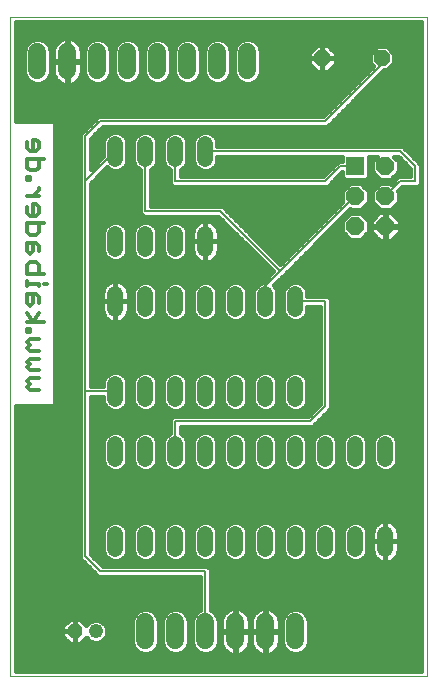
<source format=gbl>
G75*
G70*
%OFA0B0*%
%FSLAX24Y24*%
%IPPOS*%
%LPD*%
%AMOC8*
5,1,8,0,0,1.08239X$1,22.5*
%
%ADD10C,0.0000*%
%ADD11C,0.0130*%
%ADD12R,0.0600X0.0600*%
%ADD13OC8,0.0600*%
%ADD14C,0.0600*%
%ADD15OC8,0.0480*%
%ADD16C,0.0480*%
%ADD17C,0.0520*%
%ADD18OC8,0.0520*%
%ADD19C,0.0160*%
%ADD20C,0.0060*%
D10*
X000247Y000180D02*
X000247Y022176D01*
X014117Y022176D01*
X014117Y000180D01*
X000247Y000180D01*
D11*
X000907Y009745D02*
X000812Y009840D01*
X000907Y009935D01*
X000812Y010030D01*
X000907Y010125D01*
X001193Y010125D01*
X001193Y010390D02*
X000907Y010390D01*
X000812Y010485D01*
X000907Y010580D01*
X000812Y010675D01*
X000907Y010770D01*
X001193Y010770D01*
X001193Y011034D02*
X000907Y011034D01*
X000812Y011129D01*
X000907Y011224D01*
X000812Y011319D01*
X000907Y011414D01*
X001193Y011414D01*
X000907Y011679D02*
X000907Y011774D01*
X000812Y011774D01*
X000812Y011679D01*
X000907Y011679D01*
X000812Y012001D02*
X001383Y012001D01*
X001193Y012286D02*
X001002Y012001D01*
X000812Y012286D01*
X000907Y012538D02*
X000812Y012633D01*
X000812Y012918D01*
X001097Y012918D01*
X001193Y012823D01*
X001193Y012633D01*
X001002Y012633D02*
X001002Y012918D01*
X001002Y012633D02*
X000907Y012538D01*
X000812Y013183D02*
X000812Y013373D01*
X000812Y013278D02*
X001193Y013278D01*
X001193Y013183D01*
X001383Y013278D02*
X001478Y013278D01*
X001383Y013612D02*
X000812Y013612D01*
X000812Y013898D01*
X000907Y013993D01*
X001097Y013993D01*
X001193Y013898D01*
X001193Y013612D01*
X000907Y014257D02*
X001002Y014352D01*
X001002Y014637D01*
X001097Y014637D02*
X000812Y014637D01*
X000812Y014352D01*
X000907Y014257D01*
X001193Y014352D02*
X001193Y014542D01*
X001097Y014637D01*
X001097Y014901D02*
X000907Y014901D01*
X000812Y014996D01*
X000812Y015282D01*
X001383Y015282D01*
X001193Y015282D02*
X001193Y014996D01*
X001097Y014901D01*
X001097Y015546D02*
X000907Y015546D01*
X000812Y015641D01*
X000812Y015831D01*
X001002Y015926D02*
X001002Y015546D01*
X001097Y015546D02*
X001193Y015641D01*
X001193Y015831D01*
X001097Y015926D01*
X001002Y015926D01*
X001002Y016190D02*
X001193Y016381D01*
X001193Y016476D01*
X001193Y016190D02*
X000812Y016190D01*
X000812Y016728D02*
X000812Y016823D01*
X000907Y016823D01*
X000907Y016728D01*
X000812Y016728D01*
X000907Y017050D02*
X000812Y017145D01*
X000812Y017430D01*
X001383Y017430D01*
X001193Y017430D02*
X001193Y017145D01*
X001097Y017050D01*
X000907Y017050D01*
X000907Y017694D02*
X000812Y017790D01*
X000812Y017980D01*
X001002Y018075D02*
X001002Y017694D01*
X000907Y017694D02*
X001097Y017694D01*
X001193Y017790D01*
X001193Y017980D01*
X001097Y018075D01*
X001002Y018075D01*
X000907Y009745D02*
X001193Y009745D01*
D12*
X011747Y017180D03*
D13*
X011747Y016180D03*
X011747Y015180D03*
X012747Y015180D03*
X012747Y016180D03*
X012747Y017180D03*
D14*
X008147Y020380D02*
X008147Y020980D01*
X007147Y020980D02*
X007147Y020380D01*
X006147Y020380D02*
X006147Y020980D01*
X005147Y020980D02*
X005147Y020380D01*
X004147Y020380D02*
X004147Y020980D01*
X003147Y020980D02*
X003147Y020380D01*
X002147Y020380D02*
X002147Y020980D01*
X001147Y020980D02*
X001147Y020380D01*
X004747Y001980D02*
X004747Y001380D01*
X005747Y001380D02*
X005747Y001980D01*
X006747Y001980D02*
X006747Y001380D01*
X007747Y001380D02*
X007747Y001980D01*
X008747Y001980D02*
X008747Y001380D01*
X009747Y001380D02*
X009747Y001980D01*
D15*
X002397Y001680D03*
D16*
X003097Y001680D03*
D17*
X003747Y004420D02*
X003747Y004940D01*
X004747Y004940D02*
X004747Y004420D01*
X005747Y004420D02*
X005747Y004940D01*
X006747Y004940D02*
X006747Y004420D01*
X007747Y004420D02*
X007747Y004940D01*
X008747Y004940D02*
X008747Y004420D01*
X009747Y004420D02*
X009747Y004940D01*
X010747Y004940D02*
X010747Y004420D01*
X011747Y004420D02*
X011747Y004940D01*
X012747Y004940D02*
X012747Y004420D01*
X012747Y007420D02*
X012747Y007940D01*
X011747Y007940D02*
X011747Y007420D01*
X010747Y007420D02*
X010747Y007940D01*
X009747Y007940D02*
X009747Y007420D01*
X008747Y007420D02*
X008747Y007940D01*
X007747Y007940D02*
X007747Y007420D01*
X006747Y007420D02*
X006747Y007940D01*
X005747Y007940D02*
X005747Y007420D01*
X004747Y007420D02*
X004747Y007940D01*
X003747Y007940D02*
X003747Y007420D01*
X003747Y009420D02*
X003747Y009940D01*
X004747Y009940D02*
X004747Y009420D01*
X005747Y009420D02*
X005747Y009940D01*
X006747Y009940D02*
X006747Y009420D01*
X007747Y009420D02*
X007747Y009940D01*
X008747Y009940D02*
X008747Y009420D01*
X009747Y009420D02*
X009747Y009940D01*
X009747Y012420D02*
X009747Y012940D01*
X008747Y012940D02*
X008747Y012420D01*
X007747Y012420D02*
X007747Y012940D01*
X006747Y012940D02*
X006747Y012420D01*
X005747Y012420D02*
X005747Y012940D01*
X004747Y012940D02*
X004747Y012420D01*
X003747Y012420D02*
X003747Y012940D01*
X003747Y014420D02*
X003747Y014940D01*
X004747Y014940D02*
X004747Y014420D01*
X005747Y014420D02*
X005747Y014940D01*
X006747Y014940D02*
X006747Y014420D01*
X006747Y017420D02*
X006747Y017940D01*
X005747Y017940D02*
X005747Y017420D01*
X004747Y017420D02*
X004747Y017940D01*
X003747Y017940D02*
X003747Y017420D01*
D18*
X010647Y020780D03*
X012647Y020780D03*
D19*
X012688Y020380D02*
X012813Y020380D01*
X013047Y020614D01*
X013047Y020946D01*
X012813Y021180D01*
X012482Y021180D01*
X012247Y020946D01*
X012247Y020614D01*
X012344Y020517D01*
X010677Y018850D01*
X003177Y018850D01*
X002677Y018350D01*
X002577Y018250D01*
X002577Y004110D01*
X002677Y004010D01*
X003177Y003510D01*
X006577Y003510D01*
X006577Y002386D01*
X006498Y002353D01*
X006374Y002229D01*
X006307Y002068D01*
X006307Y001292D01*
X006374Y001131D01*
X006120Y001131D01*
X006187Y001292D01*
X006187Y002068D01*
X006120Y002229D01*
X005996Y002353D01*
X005835Y002420D01*
X005660Y002420D01*
X005498Y002353D01*
X005374Y002229D01*
X005307Y002068D01*
X005307Y001292D01*
X005374Y001131D01*
X005120Y001131D01*
X005187Y001292D01*
X005187Y002068D01*
X005120Y002229D01*
X004996Y002353D01*
X004835Y002420D01*
X004660Y002420D01*
X004498Y002353D01*
X004374Y002229D01*
X004307Y002068D01*
X004307Y001292D01*
X004374Y001131D01*
X000427Y001131D01*
X000427Y000973D02*
X004581Y000973D01*
X004660Y000940D02*
X004498Y001007D01*
X004374Y001131D01*
X004308Y001290D02*
X002601Y001290D01*
X002571Y001260D02*
X002776Y001464D01*
X002882Y001358D01*
X003022Y001300D01*
X003173Y001300D01*
X003312Y001358D01*
X003419Y001465D01*
X003477Y001604D01*
X003477Y001756D01*
X003419Y001895D01*
X003312Y002002D01*
X003173Y002060D01*
X003022Y002060D01*
X002882Y002002D01*
X002776Y001896D01*
X002571Y002100D01*
X002397Y002100D01*
X002223Y002100D01*
X001977Y001854D01*
X001977Y001680D01*
X001977Y001506D01*
X002223Y001260D01*
X002397Y001260D01*
X002397Y001680D01*
X001977Y001680D01*
X002397Y001680D01*
X002397Y001680D01*
X002397Y001680D01*
X002397Y002100D01*
X002397Y001680D01*
X002397Y001680D01*
X002397Y001260D01*
X002571Y001260D01*
X002397Y001290D02*
X002397Y001290D01*
X002397Y001448D02*
X002397Y001448D01*
X002397Y001607D02*
X002397Y001607D01*
X002397Y001765D02*
X002397Y001765D01*
X002397Y001924D02*
X002397Y001924D01*
X002397Y002082D02*
X002397Y002082D01*
X002205Y002082D02*
X000427Y002082D01*
X000427Y001924D02*
X002047Y001924D01*
X001977Y001765D02*
X000427Y001765D01*
X000427Y001607D02*
X001977Y001607D01*
X002035Y001448D02*
X000427Y001448D01*
X000427Y001290D02*
X002194Y001290D01*
X002759Y001448D02*
X002792Y001448D01*
X002803Y001924D02*
X002748Y001924D01*
X002589Y002082D02*
X004313Y002082D01*
X004307Y001924D02*
X003391Y001924D01*
X003473Y001765D02*
X004307Y001765D01*
X004307Y001607D02*
X003477Y001607D01*
X003403Y001448D02*
X004307Y001448D01*
X004660Y000940D02*
X004835Y000940D01*
X004996Y001007D01*
X005120Y001131D01*
X005186Y001290D02*
X005308Y001290D01*
X005307Y001448D02*
X005187Y001448D01*
X005187Y001607D02*
X005307Y001607D01*
X005307Y001765D02*
X005187Y001765D01*
X005187Y001924D02*
X005307Y001924D01*
X005313Y002082D02*
X005181Y002082D01*
X005109Y002241D02*
X005385Y002241D01*
X005609Y002399D02*
X004885Y002399D01*
X004609Y002399D02*
X000427Y002399D01*
X000427Y002241D02*
X004385Y002241D01*
X004913Y000973D02*
X005581Y000973D01*
X005660Y000940D02*
X005498Y001007D01*
X005374Y001131D01*
X005660Y000940D02*
X005835Y000940D01*
X005996Y001007D01*
X006120Y001131D01*
X006186Y001290D02*
X006308Y001290D01*
X006307Y001448D02*
X006187Y001448D01*
X006187Y001607D02*
X006307Y001607D01*
X006307Y001765D02*
X006187Y001765D01*
X006187Y001924D02*
X006307Y001924D01*
X006313Y002082D02*
X006181Y002082D01*
X006109Y002241D02*
X006385Y002241D01*
X006577Y002399D02*
X005885Y002399D01*
X006577Y002558D02*
X000427Y002558D01*
X000427Y002716D02*
X006577Y002716D01*
X006577Y002875D02*
X000427Y002875D01*
X000427Y003033D02*
X006577Y003033D01*
X006577Y003192D02*
X000427Y003192D01*
X000427Y003350D02*
X006577Y003350D01*
X006577Y003509D02*
X000427Y003509D01*
X000427Y003667D02*
X003020Y003667D01*
X002861Y003826D02*
X000427Y003826D01*
X000427Y003984D02*
X002703Y003984D01*
X002577Y004143D02*
X000427Y004143D01*
X000427Y004301D02*
X002577Y004301D01*
X002577Y004460D02*
X000427Y004460D01*
X000427Y004618D02*
X002577Y004618D01*
X002577Y004777D02*
X000427Y004777D01*
X000427Y004935D02*
X002577Y004935D01*
X002577Y005094D02*
X000427Y005094D01*
X000427Y005252D02*
X002577Y005252D01*
X002577Y005411D02*
X000427Y005411D01*
X000427Y005569D02*
X002577Y005569D01*
X002577Y005728D02*
X000427Y005728D01*
X000427Y005886D02*
X002577Y005886D01*
X002577Y006045D02*
X000427Y006045D01*
X000427Y006203D02*
X002577Y006203D01*
X002577Y006362D02*
X000427Y006362D01*
X000427Y006520D02*
X002577Y006520D01*
X002577Y006679D02*
X000427Y006679D01*
X000427Y006837D02*
X002577Y006837D01*
X002577Y006996D02*
X000427Y006996D01*
X000427Y007154D02*
X002577Y007154D01*
X002577Y007313D02*
X000427Y007313D01*
X000427Y007471D02*
X002577Y007471D01*
X002577Y007630D02*
X000427Y007630D01*
X000427Y007788D02*
X002577Y007788D01*
X002577Y007947D02*
X000427Y007947D01*
X000427Y008105D02*
X002577Y008105D01*
X002577Y008264D02*
X000427Y008264D01*
X000427Y008422D02*
X002577Y008422D01*
X002577Y008581D02*
X000427Y008581D01*
X000427Y008739D02*
X002577Y008739D01*
X002577Y008898D02*
X000427Y008898D01*
X000427Y009056D02*
X002577Y009056D01*
X002577Y009215D02*
X001747Y009215D01*
X001747Y009180D02*
X000427Y009180D01*
X000427Y000360D01*
X013937Y000360D01*
X013937Y021996D01*
X000427Y021996D01*
X000427Y018680D01*
X001747Y018680D01*
X001747Y009180D01*
X001747Y009373D02*
X002577Y009373D01*
X002577Y009532D02*
X001747Y009532D01*
X001747Y009690D02*
X002577Y009690D01*
X002577Y009849D02*
X001747Y009849D01*
X001747Y010007D02*
X002577Y010007D01*
X002577Y010166D02*
X001747Y010166D01*
X001747Y010324D02*
X002577Y010324D01*
X002577Y010483D02*
X001747Y010483D01*
X001747Y010641D02*
X002577Y010641D01*
X002577Y010800D02*
X001747Y010800D01*
X001747Y010958D02*
X002577Y010958D01*
X002577Y011117D02*
X001747Y011117D01*
X001747Y011275D02*
X002577Y011275D01*
X002577Y011434D02*
X001747Y011434D01*
X001747Y011592D02*
X002577Y011592D01*
X002577Y011751D02*
X001747Y011751D01*
X001747Y011909D02*
X002577Y011909D01*
X002577Y012068D02*
X001747Y012068D01*
X001747Y012226D02*
X002577Y012226D01*
X002577Y012385D02*
X001747Y012385D01*
X001747Y012543D02*
X002577Y012543D01*
X002577Y012702D02*
X001747Y012702D01*
X001747Y012860D02*
X002577Y012860D01*
X002577Y013019D02*
X001747Y013019D01*
X001747Y013177D02*
X002577Y013177D01*
X002577Y013336D02*
X001747Y013336D01*
X001747Y013494D02*
X002577Y013494D01*
X002577Y013653D02*
X001747Y013653D01*
X001747Y013811D02*
X002577Y013811D01*
X002577Y013970D02*
X001747Y013970D01*
X001747Y014128D02*
X002577Y014128D01*
X002577Y014287D02*
X001747Y014287D01*
X001747Y014445D02*
X002577Y014445D01*
X002577Y014604D02*
X001747Y014604D01*
X001747Y014762D02*
X002577Y014762D01*
X002577Y014921D02*
X001747Y014921D01*
X001747Y015079D02*
X002577Y015079D01*
X002577Y015238D02*
X001747Y015238D01*
X001747Y015396D02*
X002577Y015396D01*
X002577Y015555D02*
X001747Y015555D01*
X001747Y015713D02*
X002577Y015713D01*
X002577Y015872D02*
X001747Y015872D01*
X001747Y016030D02*
X002577Y016030D01*
X002577Y016189D02*
X001747Y016189D01*
X001747Y016347D02*
X002577Y016347D01*
X002577Y016506D02*
X001747Y016506D01*
X001747Y016664D02*
X002577Y016664D01*
X002577Y016823D02*
X001747Y016823D01*
X001747Y016981D02*
X002577Y016981D01*
X002577Y017140D02*
X001747Y017140D01*
X001747Y017298D02*
X002577Y017298D01*
X002577Y017457D02*
X001747Y017457D01*
X001747Y017615D02*
X002577Y017615D01*
X002577Y017774D02*
X001747Y017774D01*
X001747Y017932D02*
X002577Y017932D01*
X002577Y018091D02*
X001747Y018091D01*
X001747Y018249D02*
X002577Y018249D01*
X002734Y018408D02*
X001747Y018408D01*
X001747Y018566D02*
X002893Y018566D01*
X003051Y018725D02*
X000427Y018725D01*
X000427Y018883D02*
X010710Y018883D01*
X010868Y019042D02*
X000427Y019042D01*
X000427Y019200D02*
X011027Y019200D01*
X011185Y019359D02*
X000427Y019359D01*
X000427Y019517D02*
X011344Y019517D01*
X011502Y019676D02*
X000427Y019676D01*
X000427Y019834D02*
X011661Y019834D01*
X011819Y019993D02*
X008362Y019993D01*
X008396Y020007D02*
X008235Y019940D01*
X008060Y019940D01*
X007898Y020007D01*
X007774Y020131D01*
X007707Y020292D01*
X007707Y021068D01*
X007774Y021229D01*
X007898Y021353D01*
X008060Y021420D01*
X008235Y021420D01*
X008396Y021353D01*
X008520Y021229D01*
X008587Y021068D01*
X008587Y020292D01*
X008520Y020131D01*
X008396Y020007D01*
X008529Y020151D02*
X011978Y020151D01*
X012136Y020310D02*
X008587Y020310D01*
X008587Y020468D02*
X010337Y020468D01*
X010465Y020340D02*
X010207Y020598D01*
X010207Y020780D01*
X010647Y020780D01*
X010647Y020780D01*
X010207Y020780D01*
X010207Y020962D01*
X010465Y021220D01*
X010647Y021220D01*
X010647Y020780D01*
X010647Y020780D01*
X010647Y020340D01*
X010465Y020340D01*
X010647Y020340D02*
X010829Y020340D01*
X011087Y020598D01*
X011087Y020780D01*
X011087Y020962D01*
X010829Y021220D01*
X010647Y021220D01*
X010647Y020780D01*
X010647Y020780D01*
X010647Y020340D01*
X010647Y020468D02*
X010647Y020468D01*
X010647Y020627D02*
X010647Y020627D01*
X010647Y020780D02*
X010647Y020780D01*
X011087Y020780D01*
X010647Y020780D01*
X010647Y020785D02*
X010647Y020785D01*
X010647Y020944D02*
X010647Y020944D01*
X010647Y021102D02*
X010647Y021102D01*
X010347Y021102D02*
X008573Y021102D01*
X008587Y020944D02*
X010207Y020944D01*
X010207Y020785D02*
X008587Y020785D01*
X008587Y020627D02*
X010207Y020627D01*
X010958Y020468D02*
X012295Y020468D01*
X012247Y020627D02*
X011087Y020627D01*
X011087Y020785D02*
X012247Y020785D01*
X012247Y020944D02*
X011087Y020944D01*
X010947Y021102D02*
X012404Y021102D01*
X012688Y020380D02*
X010917Y018610D01*
X010818Y018510D01*
X003318Y018510D01*
X002917Y018110D01*
X002917Y017090D01*
X003347Y017520D01*
X003347Y018020D01*
X003408Y018167D01*
X003521Y018279D01*
X003668Y018340D01*
X003827Y018340D01*
X003974Y018279D01*
X004086Y018167D01*
X004147Y018020D01*
X004147Y017340D01*
X004086Y017193D01*
X003974Y017081D01*
X003827Y017020D01*
X003668Y017020D01*
X003521Y017081D01*
X003455Y017147D01*
X002917Y016610D01*
X002917Y009850D01*
X003347Y009850D01*
X003347Y010020D01*
X003408Y010167D01*
X003521Y010279D01*
X003668Y010340D01*
X003827Y010340D01*
X003974Y010279D01*
X004086Y010167D01*
X004147Y010020D01*
X004147Y009340D01*
X004086Y009193D01*
X003974Y009081D01*
X003827Y009020D01*
X003668Y009020D01*
X003521Y009081D01*
X003408Y009193D01*
X003347Y009340D01*
X003347Y009510D01*
X002917Y009510D01*
X002917Y004250D01*
X003318Y003850D01*
X006818Y003850D01*
X006917Y003750D01*
X006917Y002386D01*
X006996Y002353D01*
X007120Y002229D01*
X007187Y002068D01*
X007187Y001292D01*
X007120Y001131D01*
X007335Y001131D01*
X007337Y001128D02*
X007381Y001067D01*
X007435Y001014D01*
X007496Y000969D01*
X007563Y000935D01*
X007635Y000912D01*
X007709Y000900D01*
X007727Y000900D01*
X007727Y001660D01*
X007267Y001660D01*
X007267Y001342D01*
X007279Y001268D01*
X007302Y001196D01*
X007337Y001128D01*
X007276Y001290D02*
X007186Y001290D01*
X007187Y001448D02*
X007267Y001448D01*
X007267Y001607D02*
X007187Y001607D01*
X007267Y001700D02*
X007727Y001700D01*
X007727Y001660D01*
X007767Y001660D01*
X007767Y000900D01*
X007785Y000900D01*
X007860Y000912D01*
X007931Y000935D01*
X007999Y000969D01*
X008060Y001014D01*
X008113Y001067D01*
X008158Y001128D01*
X008192Y001196D01*
X008215Y001268D01*
X008227Y001342D01*
X008227Y001660D01*
X007767Y001660D01*
X007767Y001700D01*
X007727Y001700D01*
X007727Y002460D01*
X007709Y002460D01*
X007635Y002448D01*
X007563Y002425D01*
X007496Y002391D01*
X007435Y002346D01*
X007381Y002293D01*
X007337Y002232D01*
X007302Y002164D01*
X007279Y002092D01*
X007267Y002018D01*
X007267Y001700D01*
X007267Y001765D02*
X007187Y001765D01*
X007187Y001924D02*
X007267Y001924D01*
X007277Y002082D02*
X007181Y002082D01*
X007109Y002241D02*
X007343Y002241D01*
X007512Y002399D02*
X006917Y002399D01*
X006917Y002558D02*
X013937Y002558D01*
X013937Y002716D02*
X006917Y002716D01*
X006917Y002875D02*
X013937Y002875D01*
X013937Y003033D02*
X006917Y003033D01*
X006917Y003192D02*
X013937Y003192D01*
X013937Y003350D02*
X006917Y003350D01*
X006917Y003509D02*
X013937Y003509D01*
X013937Y003667D02*
X006917Y003667D01*
X006842Y003826D02*
X013937Y003826D01*
X013937Y003984D02*
X012807Y003984D01*
X012782Y003980D02*
X012850Y003991D01*
X012916Y004012D01*
X012978Y004044D01*
X013034Y004084D01*
X013083Y004133D01*
X013124Y004189D01*
X013155Y004251D01*
X013176Y004317D01*
X013187Y004385D01*
X013187Y004680D01*
X013187Y004975D01*
X013176Y005043D01*
X013155Y005109D01*
X013124Y005171D01*
X013083Y005227D01*
X013034Y005276D01*
X012978Y005316D01*
X012916Y005348D01*
X012850Y005369D01*
X012782Y005380D01*
X012747Y005380D01*
X012713Y005380D01*
X012644Y005369D01*
X012578Y005348D01*
X012517Y005316D01*
X012461Y005276D01*
X012412Y005227D01*
X012371Y005171D01*
X012339Y005109D01*
X012318Y005043D01*
X012307Y004975D01*
X012307Y004680D01*
X012307Y004385D01*
X012318Y004317D01*
X012339Y004251D01*
X012371Y004189D01*
X012412Y004133D01*
X012461Y004084D01*
X012517Y004044D01*
X012578Y004012D01*
X012644Y003991D01*
X012713Y003980D01*
X012747Y003980D01*
X012747Y004680D01*
X012307Y004680D01*
X012747Y004680D01*
X012747Y004680D01*
X012747Y004680D01*
X012747Y005380D01*
X012747Y004680D01*
X012747Y004680D01*
X012747Y003980D01*
X012782Y003980D01*
X012747Y003984D02*
X012747Y003984D01*
X012687Y003984D02*
X003184Y003984D01*
X003025Y004143D02*
X003459Y004143D01*
X003408Y004193D02*
X003521Y004081D01*
X003668Y004020D01*
X003827Y004020D01*
X003974Y004081D01*
X004086Y004193D01*
X004147Y004340D01*
X004147Y005020D01*
X004086Y005167D01*
X003974Y005279D01*
X003827Y005340D01*
X003668Y005340D01*
X003521Y005279D01*
X003408Y005167D01*
X003347Y005020D01*
X003347Y004340D01*
X003408Y004193D01*
X003364Y004301D02*
X002917Y004301D01*
X002917Y004460D02*
X003347Y004460D01*
X003347Y004618D02*
X002917Y004618D01*
X002917Y004777D02*
X003347Y004777D01*
X003347Y004935D02*
X002917Y004935D01*
X002917Y005094D02*
X003378Y005094D01*
X003494Y005252D02*
X002917Y005252D01*
X002917Y005411D02*
X013937Y005411D01*
X013937Y005569D02*
X002917Y005569D01*
X002917Y005728D02*
X013937Y005728D01*
X013937Y005886D02*
X002917Y005886D01*
X002917Y006045D02*
X013937Y006045D01*
X013937Y006203D02*
X002917Y006203D01*
X002917Y006362D02*
X013937Y006362D01*
X013937Y006520D02*
X002917Y006520D01*
X002917Y006679D02*
X013937Y006679D01*
X013937Y006837D02*
X002917Y006837D01*
X002917Y006996D02*
X013937Y006996D01*
X013937Y007154D02*
X013047Y007154D01*
X013086Y007193D02*
X013147Y007340D01*
X013147Y008020D01*
X013086Y008167D01*
X012974Y008279D01*
X012827Y008340D01*
X012668Y008340D01*
X012521Y008279D01*
X012408Y008167D01*
X012347Y008020D01*
X012347Y007340D01*
X012408Y007193D01*
X012521Y007081D01*
X012668Y007020D01*
X012827Y007020D01*
X012974Y007081D01*
X013086Y007193D01*
X013136Y007313D02*
X013937Y007313D01*
X013937Y007471D02*
X013147Y007471D01*
X013147Y007630D02*
X013937Y007630D01*
X013937Y007788D02*
X013147Y007788D01*
X013147Y007947D02*
X013937Y007947D01*
X013937Y008105D02*
X013112Y008105D01*
X012989Y008264D02*
X013937Y008264D01*
X013937Y008422D02*
X005917Y008422D01*
X005917Y008510D02*
X005917Y008303D01*
X005974Y008279D01*
X006086Y008167D01*
X006147Y008020D01*
X006147Y007340D01*
X006086Y007193D01*
X005974Y007081D01*
X005827Y007020D01*
X005668Y007020D01*
X005521Y007081D01*
X005408Y007193D01*
X005347Y007340D01*
X005347Y008020D01*
X005408Y008167D01*
X005521Y008279D01*
X005577Y008303D01*
X005577Y008750D01*
X005677Y008850D01*
X010177Y008850D01*
X010577Y009250D01*
X010577Y012510D01*
X010147Y012510D01*
X010147Y012340D01*
X010086Y012193D01*
X009974Y012081D01*
X009827Y012020D01*
X009668Y012020D01*
X009521Y012081D01*
X009408Y012193D01*
X009347Y012340D01*
X009347Y013020D01*
X009408Y013167D01*
X009521Y013279D01*
X009668Y013340D01*
X009827Y013340D01*
X009974Y013279D01*
X010086Y013167D01*
X010147Y013020D01*
X010147Y012850D01*
X010818Y012850D01*
X010917Y012750D01*
X010917Y009110D01*
X010818Y009010D01*
X010318Y008510D01*
X005917Y008510D01*
X005989Y008264D02*
X006505Y008264D01*
X006521Y008279D02*
X006408Y008167D01*
X006347Y008020D01*
X006347Y007340D01*
X006408Y007193D01*
X006521Y007081D01*
X006668Y007020D01*
X006827Y007020D01*
X006974Y007081D01*
X007086Y007193D01*
X007147Y007340D01*
X007147Y008020D01*
X007086Y008167D01*
X006974Y008279D01*
X006827Y008340D01*
X006668Y008340D01*
X006521Y008279D01*
X006383Y008105D02*
X006112Y008105D01*
X006147Y007947D02*
X006347Y007947D01*
X006347Y007788D02*
X006147Y007788D01*
X006147Y007630D02*
X006347Y007630D01*
X006347Y007471D02*
X006147Y007471D01*
X006136Y007313D02*
X006359Y007313D01*
X006448Y007154D02*
X006047Y007154D01*
X005448Y007154D02*
X005047Y007154D01*
X005086Y007193D02*
X004974Y007081D01*
X004827Y007020D01*
X004668Y007020D01*
X004521Y007081D01*
X004408Y007193D01*
X004347Y007340D01*
X004347Y008020D01*
X004408Y008167D01*
X004521Y008279D01*
X004668Y008340D01*
X004827Y008340D01*
X004974Y008279D01*
X005086Y008167D01*
X005147Y008020D01*
X005147Y007340D01*
X005086Y007193D01*
X005136Y007313D02*
X005359Y007313D01*
X005347Y007471D02*
X005147Y007471D01*
X005147Y007630D02*
X005347Y007630D01*
X005347Y007788D02*
X005147Y007788D01*
X005147Y007947D02*
X005347Y007947D01*
X005383Y008105D02*
X005112Y008105D01*
X004989Y008264D02*
X005505Y008264D01*
X005577Y008422D02*
X002917Y008422D01*
X002917Y008264D02*
X003505Y008264D01*
X003521Y008279D02*
X003408Y008167D01*
X003347Y008020D01*
X003347Y007340D01*
X003408Y007193D01*
X003521Y007081D01*
X003668Y007020D01*
X003827Y007020D01*
X003974Y007081D01*
X004086Y007193D01*
X004147Y007340D01*
X004147Y008020D01*
X004086Y008167D01*
X003974Y008279D01*
X003827Y008340D01*
X003668Y008340D01*
X003521Y008279D01*
X003383Y008105D02*
X002917Y008105D01*
X002917Y007947D02*
X003347Y007947D01*
X003347Y007788D02*
X002917Y007788D01*
X002917Y007630D02*
X003347Y007630D01*
X003347Y007471D02*
X002917Y007471D01*
X002917Y007313D02*
X003359Y007313D01*
X003448Y007154D02*
X002917Y007154D01*
X002917Y008581D02*
X005577Y008581D01*
X005577Y008739D02*
X002917Y008739D01*
X002917Y008898D02*
X010224Y008898D01*
X010383Y009056D02*
X009914Y009056D01*
X009974Y009081D02*
X009827Y009020D01*
X009668Y009020D01*
X009521Y009081D01*
X009408Y009193D01*
X009347Y009340D01*
X009347Y010020D01*
X009408Y010167D01*
X009521Y010279D01*
X009668Y010340D01*
X009827Y010340D01*
X009974Y010279D01*
X010086Y010167D01*
X010147Y010020D01*
X010147Y009340D01*
X010086Y009193D01*
X009974Y009081D01*
X010095Y009215D02*
X010541Y009215D01*
X010577Y009373D02*
X010147Y009373D01*
X010147Y009532D02*
X010577Y009532D01*
X010577Y009690D02*
X010147Y009690D01*
X010147Y009849D02*
X010577Y009849D01*
X010577Y010007D02*
X010147Y010007D01*
X010087Y010166D02*
X010577Y010166D01*
X010577Y010324D02*
X009865Y010324D01*
X009629Y010324D02*
X008865Y010324D01*
X008827Y010340D02*
X008668Y010340D01*
X008521Y010279D01*
X008408Y010167D01*
X008347Y010020D01*
X008347Y009340D01*
X008408Y009193D01*
X008521Y009081D01*
X008668Y009020D01*
X008827Y009020D01*
X008974Y009081D01*
X009086Y009193D01*
X009147Y009340D01*
X009147Y010020D01*
X009086Y010167D01*
X008974Y010279D01*
X008827Y010340D01*
X009087Y010166D02*
X009408Y010166D01*
X009347Y010007D02*
X009147Y010007D01*
X009147Y009849D02*
X009347Y009849D01*
X009347Y009690D02*
X009147Y009690D01*
X009147Y009532D02*
X009347Y009532D01*
X009347Y009373D02*
X009147Y009373D01*
X009095Y009215D02*
X009399Y009215D01*
X009581Y009056D02*
X008914Y009056D01*
X008581Y009056D02*
X007914Y009056D01*
X007974Y009081D02*
X007827Y009020D01*
X007668Y009020D01*
X007521Y009081D01*
X007408Y009193D01*
X007347Y009340D01*
X007347Y010020D01*
X007408Y010167D01*
X007521Y010279D01*
X007668Y010340D01*
X007827Y010340D01*
X007974Y010279D01*
X008086Y010167D01*
X008147Y010020D01*
X008147Y009340D01*
X008086Y009193D01*
X007974Y009081D01*
X008095Y009215D02*
X008399Y009215D01*
X008347Y009373D02*
X008147Y009373D01*
X008147Y009532D02*
X008347Y009532D01*
X008347Y009690D02*
X008147Y009690D01*
X008147Y009849D02*
X008347Y009849D01*
X008347Y010007D02*
X008147Y010007D01*
X008087Y010166D02*
X008408Y010166D01*
X008629Y010324D02*
X007865Y010324D01*
X007629Y010324D02*
X006865Y010324D01*
X006827Y010340D02*
X006668Y010340D01*
X006521Y010279D01*
X006408Y010167D01*
X006347Y010020D01*
X006347Y009340D01*
X006408Y009193D01*
X006521Y009081D01*
X006668Y009020D01*
X006827Y009020D01*
X006974Y009081D01*
X007086Y009193D01*
X007147Y009340D01*
X007147Y010020D01*
X007086Y010167D01*
X006974Y010279D01*
X006827Y010340D01*
X006629Y010324D02*
X005865Y010324D01*
X005827Y010340D02*
X005668Y010340D01*
X005521Y010279D01*
X005408Y010167D01*
X005347Y010020D01*
X005347Y009340D01*
X005408Y009193D01*
X005521Y009081D01*
X005668Y009020D01*
X005827Y009020D01*
X005974Y009081D01*
X006086Y009193D01*
X006147Y009340D01*
X006147Y010020D01*
X006086Y010167D01*
X005974Y010279D01*
X005827Y010340D01*
X005629Y010324D02*
X004865Y010324D01*
X004827Y010340D02*
X004668Y010340D01*
X004521Y010279D01*
X004408Y010167D01*
X004347Y010020D01*
X004347Y009340D01*
X004408Y009193D01*
X004521Y009081D01*
X004668Y009020D01*
X004827Y009020D01*
X004974Y009081D01*
X005086Y009193D01*
X005147Y009340D01*
X005147Y010020D01*
X005086Y010167D01*
X004974Y010279D01*
X004827Y010340D01*
X004629Y010324D02*
X003865Y010324D01*
X003629Y010324D02*
X002917Y010324D01*
X002917Y010166D02*
X003408Y010166D01*
X003347Y010007D02*
X002917Y010007D01*
X002917Y010483D02*
X010577Y010483D01*
X010577Y010641D02*
X002917Y010641D01*
X002917Y010800D02*
X010577Y010800D01*
X010577Y010958D02*
X002917Y010958D01*
X002917Y011117D02*
X010577Y011117D01*
X010577Y011275D02*
X002917Y011275D01*
X002917Y011434D02*
X010577Y011434D01*
X010577Y011592D02*
X002917Y011592D01*
X002917Y011751D02*
X010577Y011751D01*
X010577Y011909D02*
X002917Y011909D01*
X002917Y012068D02*
X003484Y012068D01*
X003461Y012084D02*
X003517Y012044D01*
X003578Y012012D01*
X003644Y011991D01*
X003713Y011980D01*
X003747Y011980D01*
X003747Y012680D01*
X003307Y012680D01*
X003307Y012385D01*
X003318Y012317D01*
X003339Y012251D01*
X003371Y012189D01*
X003412Y012133D01*
X003461Y012084D01*
X003352Y012226D02*
X002917Y012226D01*
X002917Y012385D02*
X003307Y012385D01*
X003307Y012543D02*
X002917Y012543D01*
X002917Y012702D02*
X003307Y012702D01*
X003307Y012680D02*
X003747Y012680D01*
X003747Y012680D01*
X003747Y012680D01*
X003747Y013380D01*
X003713Y013380D01*
X003644Y013369D01*
X003578Y013348D01*
X003517Y013316D01*
X003461Y013276D01*
X003412Y013227D01*
X003371Y013171D01*
X003339Y013109D01*
X003318Y013043D01*
X003307Y012975D01*
X003307Y012680D01*
X003307Y012860D02*
X002917Y012860D01*
X002917Y013019D02*
X003314Y013019D01*
X003376Y013177D02*
X002917Y013177D01*
X002917Y013336D02*
X003554Y013336D01*
X003747Y013336D02*
X003747Y013336D01*
X003747Y013380D02*
X003747Y012680D01*
X003747Y012680D01*
X003747Y011980D01*
X003782Y011980D01*
X003850Y011991D01*
X003916Y012012D01*
X003978Y012044D01*
X004034Y012084D01*
X004083Y012133D01*
X004124Y012189D01*
X004155Y012251D01*
X004176Y012317D01*
X004187Y012385D01*
X004187Y012680D01*
X003747Y012680D01*
X004187Y012680D01*
X004187Y012975D01*
X004176Y013043D01*
X004155Y013109D01*
X004124Y013171D01*
X004083Y013227D01*
X004034Y013276D01*
X003978Y013316D01*
X003916Y013348D01*
X003850Y013369D01*
X003782Y013380D01*
X003747Y013380D01*
X003747Y013177D02*
X003747Y013177D01*
X003747Y013019D02*
X003747Y013019D01*
X003747Y012860D02*
X003747Y012860D01*
X003747Y012702D02*
X003747Y012702D01*
X003747Y012680D02*
X003747Y012680D01*
X003747Y012543D02*
X003747Y012543D01*
X003747Y012385D02*
X003747Y012385D01*
X003747Y012226D02*
X003747Y012226D01*
X003747Y012068D02*
X003747Y012068D01*
X004011Y012068D02*
X004553Y012068D01*
X004521Y012081D02*
X004408Y012193D01*
X004347Y012340D01*
X004347Y013020D01*
X004408Y013167D01*
X004521Y013279D01*
X004668Y013340D01*
X004827Y013340D01*
X004974Y013279D01*
X005086Y013167D01*
X005147Y013020D01*
X005147Y012340D01*
X005086Y012193D01*
X004974Y012081D01*
X004827Y012020D01*
X004668Y012020D01*
X004521Y012081D01*
X004395Y012226D02*
X004142Y012226D01*
X004187Y012385D02*
X004347Y012385D01*
X004347Y012543D02*
X004187Y012543D01*
X004187Y012702D02*
X004347Y012702D01*
X004347Y012860D02*
X004187Y012860D01*
X004180Y013019D02*
X004347Y013019D01*
X004419Y013177D02*
X004119Y013177D01*
X003940Y013336D02*
X004657Y013336D01*
X004838Y013336D02*
X005657Y013336D01*
X005668Y013340D02*
X005521Y013279D01*
X005408Y013167D01*
X005347Y013020D01*
X005347Y012340D01*
X005408Y012193D01*
X005521Y012081D01*
X005668Y012020D01*
X005827Y012020D01*
X005974Y012081D01*
X006086Y012193D01*
X006147Y012340D01*
X006147Y013020D01*
X006086Y013167D01*
X005974Y013279D01*
X005827Y013340D01*
X005668Y013340D01*
X005838Y013336D02*
X006657Y013336D01*
X006668Y013340D02*
X006521Y013279D01*
X006408Y013167D01*
X006347Y013020D01*
X006347Y012340D01*
X006408Y012193D01*
X006521Y012081D01*
X006668Y012020D01*
X006827Y012020D01*
X006974Y012081D01*
X007086Y012193D01*
X007147Y012340D01*
X007147Y013020D01*
X007086Y013167D01*
X006974Y013279D01*
X006827Y013340D01*
X006668Y013340D01*
X006838Y013336D02*
X007657Y013336D01*
X007668Y013340D02*
X007521Y013279D01*
X007408Y013167D01*
X007347Y013020D01*
X007347Y012340D01*
X007408Y012193D01*
X007521Y012081D01*
X007668Y012020D01*
X007827Y012020D01*
X007974Y012081D01*
X008086Y012193D01*
X008147Y012340D01*
X008147Y013020D01*
X008086Y013167D01*
X007974Y013279D01*
X007827Y013340D01*
X007668Y013340D01*
X007838Y013336D02*
X008657Y013336D01*
X008666Y013339D02*
X008521Y013279D01*
X008408Y013167D01*
X008347Y013020D01*
X008347Y012340D01*
X008408Y012193D01*
X008521Y012081D01*
X008668Y012020D01*
X008827Y012020D01*
X008974Y012081D01*
X009086Y012193D01*
X009147Y012340D01*
X009147Y013020D01*
X009086Y013167D01*
X009030Y013223D01*
X009417Y013610D01*
X011556Y015749D01*
X011565Y015740D01*
X011929Y015740D01*
X012187Y015998D01*
X012187Y016362D01*
X011929Y016620D01*
X011565Y016620D01*
X011307Y016362D01*
X011307Y015998D01*
X011316Y015989D01*
X009247Y013920D01*
X007318Y015850D01*
X004917Y015850D01*
X004917Y017057D01*
X004974Y017081D01*
X005086Y017193D01*
X005147Y017340D01*
X005147Y018020D01*
X005086Y018167D01*
X004974Y018279D01*
X004827Y018340D01*
X004668Y018340D01*
X004521Y018279D01*
X004408Y018167D01*
X004347Y018020D01*
X004347Y017340D01*
X004408Y017193D01*
X004521Y017081D01*
X004577Y017057D01*
X004577Y015610D01*
X004677Y015510D01*
X007177Y015510D01*
X009007Y013680D01*
X008666Y013339D01*
X008821Y013494D02*
X002917Y013494D01*
X002917Y013653D02*
X008979Y013653D01*
X008876Y013811D02*
X002917Y013811D01*
X002917Y013970D02*
X008717Y013970D01*
X008559Y014128D02*
X007077Y014128D01*
X007083Y014133D02*
X007124Y014189D01*
X007155Y014251D01*
X007176Y014317D01*
X007187Y014385D01*
X007187Y014680D01*
X006747Y014680D01*
X006307Y014680D01*
X006307Y014385D01*
X006318Y014317D01*
X006339Y014251D01*
X006371Y014189D01*
X006412Y014133D01*
X006461Y014084D01*
X006517Y014044D01*
X006578Y014012D01*
X006644Y013991D01*
X006713Y013980D01*
X006747Y013980D01*
X006747Y014680D01*
X006747Y014680D01*
X006307Y014680D01*
X006307Y014975D01*
X006318Y015043D01*
X006339Y015109D01*
X006371Y015171D01*
X006412Y015227D01*
X006461Y015276D01*
X006517Y015316D01*
X006578Y015348D01*
X006644Y015369D01*
X006713Y015380D01*
X006747Y015380D01*
X006747Y014680D01*
X006747Y014680D01*
X006747Y014680D01*
X006747Y013980D01*
X006782Y013980D01*
X006850Y013991D01*
X006916Y014012D01*
X006978Y014044D01*
X007034Y014084D01*
X007083Y014133D01*
X007166Y014287D02*
X008400Y014287D01*
X008242Y014445D02*
X007187Y014445D01*
X007187Y014604D02*
X008083Y014604D01*
X008247Y014921D02*
X010247Y014921D01*
X010406Y015079D02*
X008089Y015079D01*
X007930Y015238D02*
X010564Y015238D01*
X010723Y015396D02*
X007772Y015396D01*
X007613Y015555D02*
X010881Y015555D01*
X011040Y015713D02*
X007455Y015713D01*
X007291Y015396D02*
X002917Y015396D01*
X002917Y015238D02*
X003479Y015238D01*
X003521Y015279D02*
X003408Y015167D01*
X003347Y015020D01*
X003347Y014340D01*
X003408Y014193D01*
X003521Y014081D01*
X003668Y014020D01*
X003827Y014020D01*
X003974Y014081D01*
X004086Y014193D01*
X004147Y014340D01*
X004147Y015020D01*
X004086Y015167D01*
X003974Y015279D01*
X003827Y015340D01*
X003668Y015340D01*
X003521Y015279D01*
X003372Y015079D02*
X002917Y015079D01*
X002917Y014921D02*
X003347Y014921D01*
X003347Y014762D02*
X002917Y014762D01*
X002917Y014604D02*
X003347Y014604D01*
X003347Y014445D02*
X002917Y014445D01*
X002917Y014287D02*
X003370Y014287D01*
X003474Y014128D02*
X002917Y014128D01*
X002917Y015555D02*
X004632Y015555D01*
X004577Y015713D02*
X002917Y015713D01*
X002917Y015872D02*
X004577Y015872D01*
X004577Y016030D02*
X002917Y016030D01*
X002917Y016189D02*
X004577Y016189D01*
X004577Y016347D02*
X002917Y016347D01*
X002917Y016506D02*
X004577Y016506D01*
X004577Y016664D02*
X002972Y016664D01*
X003130Y016823D02*
X004577Y016823D01*
X004577Y016981D02*
X003289Y016981D01*
X003447Y017140D02*
X003462Y017140D01*
X003283Y017457D02*
X002917Y017457D01*
X002917Y017615D02*
X003347Y017615D01*
X003347Y017774D02*
X002917Y017774D01*
X002917Y017932D02*
X003347Y017932D01*
X003377Y018091D02*
X002917Y018091D01*
X003057Y018249D02*
X003491Y018249D01*
X003215Y018408D02*
X013937Y018408D01*
X013937Y018566D02*
X010874Y018566D01*
X011032Y018725D02*
X013937Y018725D01*
X013937Y018883D02*
X011191Y018883D01*
X011349Y019042D02*
X013937Y019042D01*
X013937Y019200D02*
X011508Y019200D01*
X011666Y019359D02*
X013937Y019359D01*
X013937Y019517D02*
X011825Y019517D01*
X011983Y019676D02*
X013937Y019676D01*
X013937Y019834D02*
X012142Y019834D01*
X012300Y019993D02*
X013937Y019993D01*
X013937Y020151D02*
X012459Y020151D01*
X012617Y020310D02*
X013937Y020310D01*
X013937Y020468D02*
X012901Y020468D01*
X013047Y020627D02*
X013937Y020627D01*
X013937Y020785D02*
X013047Y020785D01*
X013047Y020944D02*
X013937Y020944D01*
X013937Y021102D02*
X012891Y021102D01*
X013937Y021261D02*
X008489Y021261D01*
X008237Y021419D02*
X013937Y021419D01*
X013937Y021578D02*
X000427Y021578D01*
X000427Y021736D02*
X013937Y021736D01*
X013937Y021895D02*
X000427Y021895D01*
X000427Y021419D02*
X001057Y021419D01*
X001060Y021420D02*
X000898Y021353D01*
X000774Y021229D01*
X000707Y021068D01*
X000707Y020292D01*
X000774Y020131D01*
X000898Y020007D01*
X001060Y019940D01*
X001235Y019940D01*
X001396Y020007D01*
X001520Y020131D01*
X001587Y020292D01*
X001587Y021068D01*
X001520Y021229D01*
X001396Y021353D01*
X001235Y021420D01*
X001060Y021420D01*
X001237Y021419D02*
X001952Y021419D01*
X001963Y021425D02*
X001896Y021391D01*
X001835Y021346D01*
X001781Y021293D01*
X001737Y021232D01*
X001702Y021164D01*
X001679Y021092D01*
X001667Y021018D01*
X001667Y020700D01*
X002127Y020700D01*
X002127Y020660D01*
X001667Y020660D01*
X001667Y020342D01*
X001679Y020268D01*
X001702Y020196D01*
X001737Y020128D01*
X001781Y020067D01*
X001835Y020014D01*
X001896Y019969D01*
X001963Y019935D01*
X002035Y019912D01*
X002109Y019900D01*
X002127Y019900D01*
X002127Y020660D01*
X002167Y020660D01*
X002167Y019900D01*
X002185Y019900D01*
X002260Y019912D01*
X002331Y019935D01*
X002399Y019969D01*
X002460Y020014D01*
X002513Y020067D01*
X002558Y020128D01*
X002592Y020196D01*
X002615Y020268D01*
X002627Y020342D01*
X002627Y020660D01*
X002167Y020660D01*
X002167Y020700D01*
X002127Y020700D01*
X002127Y021460D01*
X002109Y021460D01*
X002035Y021448D01*
X001963Y021425D01*
X002127Y021419D02*
X002167Y021419D01*
X002167Y021460D02*
X002167Y020700D01*
X002627Y020700D01*
X002627Y021018D01*
X002615Y021092D01*
X002592Y021164D01*
X002558Y021232D01*
X002513Y021293D01*
X002460Y021346D01*
X002399Y021391D01*
X002331Y021425D01*
X002260Y021448D01*
X002185Y021460D01*
X002167Y021460D01*
X002343Y021419D02*
X003057Y021419D01*
X003060Y021420D02*
X002898Y021353D01*
X002774Y021229D01*
X002707Y021068D01*
X002707Y020292D01*
X002774Y020131D01*
X002898Y020007D01*
X003060Y019940D01*
X003235Y019940D01*
X003396Y020007D01*
X003520Y020131D01*
X003587Y020292D01*
X003587Y021068D01*
X003520Y021229D01*
X003396Y021353D01*
X003235Y021420D01*
X003060Y021420D01*
X003237Y021419D02*
X004057Y021419D01*
X004060Y021420D02*
X003898Y021353D01*
X003774Y021229D01*
X003707Y021068D01*
X003707Y020292D01*
X003774Y020131D01*
X003898Y020007D01*
X004060Y019940D01*
X004235Y019940D01*
X004396Y020007D01*
X004520Y020131D01*
X004587Y020292D01*
X004587Y021068D01*
X004520Y021229D01*
X004396Y021353D01*
X004235Y021420D01*
X004060Y021420D01*
X004237Y021419D02*
X005057Y021419D01*
X005060Y021420D02*
X004898Y021353D01*
X004774Y021229D01*
X004707Y021068D01*
X004707Y020292D01*
X004774Y020131D01*
X004898Y020007D01*
X005060Y019940D01*
X005235Y019940D01*
X005396Y020007D01*
X005520Y020131D01*
X005587Y020292D01*
X005587Y021068D01*
X005520Y021229D01*
X005396Y021353D01*
X005235Y021420D01*
X005060Y021420D01*
X005237Y021419D02*
X006057Y021419D01*
X006060Y021420D02*
X005898Y021353D01*
X005774Y021229D01*
X005707Y021068D01*
X005707Y020292D01*
X005774Y020131D01*
X005898Y020007D01*
X006060Y019940D01*
X006235Y019940D01*
X006396Y020007D01*
X006520Y020131D01*
X006587Y020292D01*
X006587Y021068D01*
X006520Y021229D01*
X006396Y021353D01*
X006235Y021420D01*
X006060Y021420D01*
X006237Y021419D02*
X007057Y021419D01*
X007060Y021420D02*
X006898Y021353D01*
X006774Y021229D01*
X006707Y021068D01*
X006707Y020292D01*
X006774Y020131D01*
X006898Y020007D01*
X007060Y019940D01*
X007235Y019940D01*
X007396Y020007D01*
X007520Y020131D01*
X007587Y020292D01*
X007587Y021068D01*
X007520Y021229D01*
X007396Y021353D01*
X007235Y021420D01*
X007060Y021420D01*
X006805Y021261D02*
X006489Y021261D01*
X006573Y021102D02*
X006722Y021102D01*
X006707Y020944D02*
X006587Y020944D01*
X006587Y020785D02*
X006707Y020785D01*
X006707Y020627D02*
X006587Y020627D01*
X006587Y020468D02*
X006707Y020468D01*
X006707Y020310D02*
X006587Y020310D01*
X006529Y020151D02*
X006766Y020151D01*
X006933Y019993D02*
X006362Y019993D01*
X005933Y019993D02*
X005362Y019993D01*
X005529Y020151D02*
X005766Y020151D01*
X005707Y020310D02*
X005587Y020310D01*
X005587Y020468D02*
X005707Y020468D01*
X005707Y020627D02*
X005587Y020627D01*
X005587Y020785D02*
X005707Y020785D01*
X005707Y020944D02*
X005587Y020944D01*
X005573Y021102D02*
X005722Y021102D01*
X005805Y021261D02*
X005489Y021261D01*
X004805Y021261D02*
X004489Y021261D01*
X004573Y021102D02*
X004722Y021102D01*
X004707Y020944D02*
X004587Y020944D01*
X004587Y020785D02*
X004707Y020785D01*
X004707Y020627D02*
X004587Y020627D01*
X004587Y020468D02*
X004707Y020468D01*
X004707Y020310D02*
X004587Y020310D01*
X004529Y020151D02*
X004766Y020151D01*
X004933Y019993D02*
X004362Y019993D01*
X003933Y019993D02*
X003362Y019993D01*
X003529Y020151D02*
X003766Y020151D01*
X003707Y020310D02*
X003587Y020310D01*
X003587Y020468D02*
X003707Y020468D01*
X003707Y020627D02*
X003587Y020627D01*
X003587Y020785D02*
X003707Y020785D01*
X003707Y020944D02*
X003587Y020944D01*
X003573Y021102D02*
X003722Y021102D01*
X003805Y021261D02*
X003489Y021261D01*
X002805Y021261D02*
X002537Y021261D01*
X002612Y021102D02*
X002722Y021102D01*
X002707Y020944D02*
X002627Y020944D01*
X002627Y020785D02*
X002707Y020785D01*
X002707Y020627D02*
X002627Y020627D01*
X002627Y020468D02*
X002707Y020468D01*
X002707Y020310D02*
X002622Y020310D01*
X002569Y020151D02*
X002766Y020151D01*
X002933Y019993D02*
X002431Y019993D01*
X002167Y019993D02*
X002127Y019993D01*
X002127Y020151D02*
X002167Y020151D01*
X002167Y020310D02*
X002127Y020310D01*
X002127Y020468D02*
X002167Y020468D01*
X002167Y020627D02*
X002127Y020627D01*
X002127Y020785D02*
X002167Y020785D01*
X002167Y020944D02*
X002127Y020944D01*
X002127Y021102D02*
X002167Y021102D01*
X002167Y021261D02*
X002127Y021261D01*
X001758Y021261D02*
X001489Y021261D01*
X001573Y021102D02*
X001682Y021102D01*
X001667Y020944D02*
X001587Y020944D01*
X001587Y020785D02*
X001667Y020785D01*
X001667Y020627D02*
X001587Y020627D01*
X001587Y020468D02*
X001667Y020468D01*
X001672Y020310D02*
X001587Y020310D01*
X001529Y020151D02*
X001725Y020151D01*
X001864Y019993D02*
X001362Y019993D01*
X000933Y019993D02*
X000427Y019993D01*
X000427Y020151D02*
X000766Y020151D01*
X000707Y020310D02*
X000427Y020310D01*
X000427Y020468D02*
X000707Y020468D01*
X000707Y020627D02*
X000427Y020627D01*
X000427Y020785D02*
X000707Y020785D01*
X000707Y020944D02*
X000427Y020944D01*
X000427Y021102D02*
X000722Y021102D01*
X000805Y021261D02*
X000427Y021261D01*
X002917Y017298D02*
X003125Y017298D01*
X002966Y017140D02*
X002917Y017140D01*
X004032Y017140D02*
X004462Y017140D01*
X004365Y017298D02*
X004130Y017298D01*
X004147Y017457D02*
X004347Y017457D01*
X004347Y017615D02*
X004147Y017615D01*
X004147Y017774D02*
X004347Y017774D01*
X004347Y017932D02*
X004147Y017932D01*
X004118Y018091D02*
X004377Y018091D01*
X004491Y018249D02*
X004004Y018249D01*
X005004Y018249D02*
X005491Y018249D01*
X005521Y018279D02*
X005408Y018167D01*
X005347Y018020D01*
X005347Y017340D01*
X005408Y017193D01*
X005521Y017081D01*
X005577Y017057D01*
X005577Y016610D01*
X005677Y016510D01*
X010818Y016510D01*
X011307Y017000D01*
X011307Y016822D01*
X011389Y016740D01*
X012105Y016740D01*
X012187Y016822D01*
X012187Y017510D01*
X012455Y017510D01*
X012307Y017362D01*
X012307Y016998D01*
X012565Y016740D01*
X012929Y016740D01*
X013187Y016998D01*
X013187Y017362D01*
X013039Y017510D01*
X013177Y017510D01*
X013577Y017110D01*
X013577Y016850D01*
X013177Y016850D01*
X012938Y016611D01*
X012929Y016620D01*
X012565Y016620D01*
X012307Y016362D01*
X012307Y015998D01*
X012565Y015740D01*
X012929Y015740D01*
X013187Y015998D01*
X013187Y016362D01*
X013179Y016371D01*
X013318Y016510D01*
X013818Y016510D01*
X013917Y016610D01*
X013917Y017250D01*
X013818Y017350D01*
X013318Y017850D01*
X007147Y017850D01*
X007147Y018020D01*
X007086Y018167D01*
X006974Y018279D01*
X006827Y018340D01*
X006668Y018340D01*
X006521Y018279D01*
X006408Y018167D01*
X006347Y018020D01*
X006347Y017340D01*
X006408Y017193D01*
X006521Y017081D01*
X006668Y017020D01*
X006827Y017020D01*
X006974Y017081D01*
X007086Y017193D01*
X007147Y017340D01*
X007147Y017510D01*
X011307Y017510D01*
X011307Y017350D01*
X011177Y017350D01*
X011077Y017250D01*
X010677Y016850D01*
X005917Y016850D01*
X005917Y017057D01*
X005974Y017081D01*
X006086Y017193D01*
X006147Y017340D01*
X006147Y018020D01*
X006086Y018167D01*
X005974Y018279D01*
X005827Y018340D01*
X005668Y018340D01*
X005521Y018279D01*
X005377Y018091D02*
X005118Y018091D01*
X005147Y017932D02*
X005347Y017932D01*
X005347Y017774D02*
X005147Y017774D01*
X005147Y017615D02*
X005347Y017615D01*
X005347Y017457D02*
X005147Y017457D01*
X005130Y017298D02*
X005365Y017298D01*
X005462Y017140D02*
X005032Y017140D01*
X004917Y016981D02*
X005577Y016981D01*
X005577Y016823D02*
X004917Y016823D01*
X004917Y016664D02*
X005577Y016664D01*
X005917Y016981D02*
X010808Y016981D01*
X010966Y017140D02*
X007032Y017140D01*
X007130Y017298D02*
X011125Y017298D01*
X011307Y017457D02*
X007147Y017457D01*
X007147Y017932D02*
X013937Y017932D01*
X013937Y017774D02*
X013394Y017774D01*
X013553Y017615D02*
X013937Y017615D01*
X013937Y017457D02*
X013711Y017457D01*
X013870Y017298D02*
X013937Y017298D01*
X013937Y017140D02*
X013917Y017140D01*
X013917Y016981D02*
X013937Y016981D01*
X013937Y016823D02*
X013917Y016823D01*
X013917Y016664D02*
X013937Y016664D01*
X013937Y016506D02*
X013313Y016506D01*
X013187Y016347D02*
X013937Y016347D01*
X013937Y016189D02*
X013187Y016189D01*
X013187Y016030D02*
X013937Y016030D01*
X013937Y015872D02*
X013061Y015872D01*
X012946Y015660D02*
X012767Y015660D01*
X012767Y015200D01*
X012727Y015200D01*
X012727Y015160D01*
X012267Y015160D01*
X012267Y014981D01*
X012548Y014700D01*
X012727Y014700D01*
X012727Y015160D01*
X012767Y015160D01*
X012767Y014700D01*
X012946Y014700D01*
X013227Y014981D01*
X013227Y015160D01*
X012767Y015160D01*
X012767Y015200D01*
X013227Y015200D01*
X013227Y015379D01*
X012946Y015660D01*
X013052Y015555D02*
X013937Y015555D01*
X013937Y015713D02*
X011521Y015713D01*
X011565Y015620D02*
X011307Y015362D01*
X011307Y014998D01*
X011565Y014740D01*
X011929Y014740D01*
X012187Y014998D01*
X012187Y015362D01*
X011929Y015620D01*
X011565Y015620D01*
X011499Y015555D02*
X011362Y015555D01*
X011341Y015396D02*
X011204Y015396D01*
X011307Y015238D02*
X011045Y015238D01*
X010887Y015079D02*
X011307Y015079D01*
X011384Y014921D02*
X010728Y014921D01*
X010570Y014762D02*
X011543Y014762D01*
X011951Y014762D02*
X012486Y014762D01*
X012328Y014921D02*
X012110Y014921D01*
X012187Y015079D02*
X012267Y015079D01*
X012267Y015200D02*
X012727Y015200D01*
X012727Y015660D01*
X012548Y015660D01*
X012267Y015379D01*
X012267Y015200D01*
X012267Y015238D02*
X012187Y015238D01*
X012153Y015396D02*
X012284Y015396D01*
X012443Y015555D02*
X011995Y015555D01*
X012061Y015872D02*
X012433Y015872D01*
X012307Y016030D02*
X012187Y016030D01*
X012187Y016189D02*
X012307Y016189D01*
X012307Y016347D02*
X012187Y016347D01*
X012044Y016506D02*
X012450Y016506D01*
X012482Y016823D02*
X012187Y016823D01*
X012187Y016981D02*
X012324Y016981D01*
X012307Y017140D02*
X012187Y017140D01*
X012187Y017298D02*
X012307Y017298D01*
X012401Y017457D02*
X012187Y017457D01*
X011450Y016506D02*
X004917Y016506D01*
X004917Y016347D02*
X011307Y016347D01*
X011307Y016189D02*
X004917Y016189D01*
X004917Y016030D02*
X011307Y016030D01*
X011198Y015872D02*
X004917Y015872D01*
X004827Y015340D02*
X004668Y015340D01*
X004521Y015279D01*
X004408Y015167D01*
X004347Y015020D01*
X004347Y014340D01*
X004408Y014193D01*
X004521Y014081D01*
X004668Y014020D01*
X004827Y014020D01*
X004974Y014081D01*
X005086Y014193D01*
X005147Y014340D01*
X005147Y015020D01*
X005086Y015167D01*
X004974Y015279D01*
X004827Y015340D01*
X005015Y015238D02*
X005479Y015238D01*
X005521Y015279D02*
X005408Y015167D01*
X005347Y015020D01*
X005347Y014340D01*
X005408Y014193D01*
X005521Y014081D01*
X005668Y014020D01*
X005827Y014020D01*
X005974Y014081D01*
X006086Y014193D01*
X006147Y014340D01*
X006147Y015020D01*
X006086Y015167D01*
X005974Y015279D01*
X005827Y015340D01*
X005668Y015340D01*
X005521Y015279D01*
X005372Y015079D02*
X005123Y015079D01*
X005147Y014921D02*
X005347Y014921D01*
X005347Y014762D02*
X005147Y014762D01*
X005147Y014604D02*
X005347Y014604D01*
X005347Y014445D02*
X005147Y014445D01*
X005125Y014287D02*
X005370Y014287D01*
X005474Y014128D02*
X005021Y014128D01*
X004474Y014128D02*
X004021Y014128D01*
X004125Y014287D02*
X004370Y014287D01*
X004347Y014445D02*
X004147Y014445D01*
X004147Y014604D02*
X004347Y014604D01*
X004347Y014762D02*
X004147Y014762D01*
X004147Y014921D02*
X004347Y014921D01*
X004372Y015079D02*
X004123Y015079D01*
X004015Y015238D02*
X004479Y015238D01*
X006015Y015238D02*
X006422Y015238D01*
X006330Y015079D02*
X006123Y015079D01*
X006147Y014921D02*
X006307Y014921D01*
X006307Y014762D02*
X006147Y014762D01*
X006147Y014604D02*
X006307Y014604D01*
X006307Y014445D02*
X006147Y014445D01*
X006125Y014287D02*
X006328Y014287D01*
X006417Y014128D02*
X006021Y014128D01*
X006747Y014128D02*
X006747Y014128D01*
X006747Y014287D02*
X006747Y014287D01*
X006747Y014445D02*
X006747Y014445D01*
X006747Y014604D02*
X006747Y014604D01*
X006747Y014680D02*
X006747Y014680D01*
X006747Y015380D01*
X006782Y015380D01*
X006850Y015369D01*
X006916Y015348D01*
X006978Y015316D01*
X007034Y015276D01*
X007083Y015227D01*
X007124Y015171D01*
X007155Y015109D01*
X007176Y015043D01*
X007187Y014975D01*
X007187Y014680D01*
X006747Y014680D01*
X006747Y014762D02*
X006747Y014762D01*
X006747Y014921D02*
X006747Y014921D01*
X006747Y015079D02*
X006747Y015079D01*
X006747Y015238D02*
X006747Y015238D01*
X007072Y015238D02*
X007449Y015238D01*
X007608Y015079D02*
X007165Y015079D01*
X007187Y014921D02*
X007766Y014921D01*
X007925Y014762D02*
X007187Y014762D01*
X007076Y013177D02*
X007419Y013177D01*
X007347Y013019D02*
X007147Y013019D01*
X007147Y012860D02*
X007347Y012860D01*
X007347Y012702D02*
X007147Y012702D01*
X007147Y012543D02*
X007347Y012543D01*
X007347Y012385D02*
X007147Y012385D01*
X007100Y012226D02*
X007395Y012226D01*
X007553Y012068D02*
X006942Y012068D01*
X006553Y012068D02*
X005942Y012068D01*
X006100Y012226D02*
X006395Y012226D01*
X006347Y012385D02*
X006147Y012385D01*
X006147Y012543D02*
X006347Y012543D01*
X006347Y012702D02*
X006147Y012702D01*
X006147Y012860D02*
X006347Y012860D01*
X006347Y013019D02*
X006147Y013019D01*
X006076Y013177D02*
X006419Y013177D01*
X005553Y012068D02*
X004942Y012068D01*
X005100Y012226D02*
X005395Y012226D01*
X005347Y012385D02*
X005147Y012385D01*
X005147Y012543D02*
X005347Y012543D01*
X005347Y012702D02*
X005147Y012702D01*
X005147Y012860D02*
X005347Y012860D01*
X005347Y013019D02*
X005147Y013019D01*
X005076Y013177D02*
X005419Y013177D01*
X005408Y010166D02*
X005087Y010166D01*
X005147Y010007D02*
X005347Y010007D01*
X005347Y009849D02*
X005147Y009849D01*
X005147Y009690D02*
X005347Y009690D01*
X005347Y009532D02*
X005147Y009532D01*
X005147Y009373D02*
X005347Y009373D01*
X005399Y009215D02*
X005095Y009215D01*
X004914Y009056D02*
X005581Y009056D01*
X005914Y009056D02*
X006581Y009056D01*
X006399Y009215D02*
X006095Y009215D01*
X006147Y009373D02*
X006347Y009373D01*
X006347Y009532D02*
X006147Y009532D01*
X006147Y009690D02*
X006347Y009690D01*
X006347Y009849D02*
X006147Y009849D01*
X006147Y010007D02*
X006347Y010007D01*
X006408Y010166D02*
X006087Y010166D01*
X006914Y009056D02*
X007581Y009056D01*
X007399Y009215D02*
X007095Y009215D01*
X007147Y009373D02*
X007347Y009373D01*
X007347Y009532D02*
X007147Y009532D01*
X007147Y009690D02*
X007347Y009690D01*
X007347Y009849D02*
X007147Y009849D01*
X007147Y010007D02*
X007347Y010007D01*
X007408Y010166D02*
X007087Y010166D01*
X007668Y008340D02*
X007521Y008279D01*
X007408Y008167D01*
X007347Y008020D01*
X007347Y007340D01*
X007408Y007193D01*
X007521Y007081D01*
X007668Y007020D01*
X007827Y007020D01*
X007974Y007081D01*
X008086Y007193D01*
X008147Y007340D01*
X008147Y008020D01*
X008086Y008167D01*
X007974Y008279D01*
X007827Y008340D01*
X007668Y008340D01*
X007505Y008264D02*
X006989Y008264D01*
X007112Y008105D02*
X007383Y008105D01*
X007347Y007947D02*
X007147Y007947D01*
X007147Y007788D02*
X007347Y007788D01*
X007347Y007630D02*
X007147Y007630D01*
X007147Y007471D02*
X007347Y007471D01*
X007359Y007313D02*
X007136Y007313D01*
X007047Y007154D02*
X007448Y007154D01*
X008047Y007154D02*
X008448Y007154D01*
X008408Y007193D02*
X008347Y007340D01*
X008347Y008020D01*
X008408Y008167D01*
X008521Y008279D01*
X008668Y008340D01*
X008827Y008340D01*
X008974Y008279D01*
X009086Y008167D01*
X009147Y008020D01*
X009147Y007340D01*
X009086Y007193D01*
X008974Y007081D01*
X008827Y007020D01*
X008668Y007020D01*
X008521Y007081D01*
X008408Y007193D01*
X008359Y007313D02*
X008136Y007313D01*
X008147Y007471D02*
X008347Y007471D01*
X008347Y007630D02*
X008147Y007630D01*
X008147Y007788D02*
X008347Y007788D01*
X008347Y007947D02*
X008147Y007947D01*
X008112Y008105D02*
X008383Y008105D01*
X008505Y008264D02*
X007989Y008264D01*
X008989Y008264D02*
X009505Y008264D01*
X009521Y008279D02*
X009408Y008167D01*
X009347Y008020D01*
X009347Y007340D01*
X009408Y007193D01*
X009521Y007081D01*
X009668Y007020D01*
X009827Y007020D01*
X009974Y007081D01*
X010086Y007193D01*
X010147Y007340D01*
X010147Y008020D01*
X010086Y008167D01*
X009974Y008279D01*
X009827Y008340D01*
X009668Y008340D01*
X009521Y008279D01*
X009383Y008105D02*
X009112Y008105D01*
X009147Y007947D02*
X009347Y007947D01*
X009347Y007788D02*
X009147Y007788D01*
X009147Y007630D02*
X009347Y007630D01*
X009347Y007471D02*
X009147Y007471D01*
X009136Y007313D02*
X009359Y007313D01*
X009448Y007154D02*
X009047Y007154D01*
X010047Y007154D02*
X010448Y007154D01*
X010408Y007193D02*
X010521Y007081D01*
X010668Y007020D01*
X010827Y007020D01*
X010974Y007081D01*
X011086Y007193D01*
X011147Y007340D01*
X011147Y008020D01*
X011086Y008167D01*
X010974Y008279D01*
X010827Y008340D01*
X010668Y008340D01*
X010521Y008279D01*
X010408Y008167D01*
X010347Y008020D01*
X010347Y007340D01*
X010408Y007193D01*
X010359Y007313D02*
X010136Y007313D01*
X010147Y007471D02*
X010347Y007471D01*
X010347Y007630D02*
X010147Y007630D01*
X010147Y007788D02*
X010347Y007788D01*
X010347Y007947D02*
X010147Y007947D01*
X010112Y008105D02*
X010383Y008105D01*
X010505Y008264D02*
X009989Y008264D01*
X010388Y008581D02*
X013937Y008581D01*
X013937Y008739D02*
X010547Y008739D01*
X010705Y008898D02*
X013937Y008898D01*
X013937Y009056D02*
X010864Y009056D01*
X010917Y009215D02*
X013937Y009215D01*
X013937Y009373D02*
X010917Y009373D01*
X010917Y009532D02*
X013937Y009532D01*
X013937Y009690D02*
X010917Y009690D01*
X010917Y009849D02*
X013937Y009849D01*
X013937Y010007D02*
X010917Y010007D01*
X010917Y010166D02*
X013937Y010166D01*
X013937Y010324D02*
X010917Y010324D01*
X010917Y010483D02*
X013937Y010483D01*
X013937Y010641D02*
X010917Y010641D01*
X010917Y010800D02*
X013937Y010800D01*
X013937Y010958D02*
X010917Y010958D01*
X010917Y011117D02*
X013937Y011117D01*
X013937Y011275D02*
X010917Y011275D01*
X010917Y011434D02*
X013937Y011434D01*
X013937Y011592D02*
X010917Y011592D01*
X010917Y011751D02*
X013937Y011751D01*
X013937Y011909D02*
X010917Y011909D01*
X010917Y012068D02*
X013937Y012068D01*
X013937Y012226D02*
X010917Y012226D01*
X010917Y012385D02*
X013937Y012385D01*
X013937Y012543D02*
X010917Y012543D01*
X010917Y012702D02*
X013937Y012702D01*
X013937Y012860D02*
X010147Y012860D01*
X010147Y013019D02*
X013937Y013019D01*
X013937Y013177D02*
X010076Y013177D01*
X009838Y013336D02*
X013937Y013336D01*
X013937Y013494D02*
X009302Y013494D01*
X009417Y013610D02*
X009417Y013610D01*
X009460Y013653D02*
X013937Y013653D01*
X013937Y013811D02*
X009619Y013811D01*
X009777Y013970D02*
X013937Y013970D01*
X013937Y014128D02*
X009936Y014128D01*
X010094Y014287D02*
X013937Y014287D01*
X013937Y014445D02*
X010253Y014445D01*
X010411Y014604D02*
X013937Y014604D01*
X013937Y014762D02*
X013008Y014762D01*
X013167Y014921D02*
X013937Y014921D01*
X013937Y015079D02*
X013227Y015079D01*
X013227Y015238D02*
X013937Y015238D01*
X013937Y015396D02*
X013210Y015396D01*
X012767Y015396D02*
X012727Y015396D01*
X012727Y015238D02*
X012767Y015238D01*
X012767Y015079D02*
X012727Y015079D01*
X012727Y014921D02*
X012767Y014921D01*
X012767Y014762D02*
X012727Y014762D01*
X012727Y015555D02*
X012767Y015555D01*
X012991Y016664D02*
X010972Y016664D01*
X011130Y016823D02*
X011307Y016823D01*
X011307Y016981D02*
X011289Y016981D01*
X010089Y014762D02*
X008406Y014762D01*
X008564Y014604D02*
X009930Y014604D01*
X009772Y014445D02*
X008723Y014445D01*
X008881Y014287D02*
X009613Y014287D01*
X009455Y014128D02*
X009040Y014128D01*
X009198Y013970D02*
X009296Y013970D01*
X009143Y013336D02*
X009657Y013336D01*
X009419Y013177D02*
X009076Y013177D01*
X009147Y013019D02*
X009347Y013019D01*
X009347Y012860D02*
X009147Y012860D01*
X009147Y012702D02*
X009347Y012702D01*
X009347Y012543D02*
X009147Y012543D01*
X009147Y012385D02*
X009347Y012385D01*
X009395Y012226D02*
X009100Y012226D01*
X008942Y012068D02*
X009553Y012068D01*
X009942Y012068D02*
X010577Y012068D01*
X010577Y012226D02*
X010100Y012226D01*
X010147Y012385D02*
X010577Y012385D01*
X008553Y012068D02*
X007942Y012068D01*
X008100Y012226D02*
X008395Y012226D01*
X008347Y012385D02*
X008147Y012385D01*
X008147Y012543D02*
X008347Y012543D01*
X008347Y012702D02*
X008147Y012702D01*
X008147Y012860D02*
X008347Y012860D01*
X008347Y013019D02*
X008147Y013019D01*
X008076Y013177D02*
X008419Y013177D01*
X006462Y017140D02*
X006032Y017140D01*
X006130Y017298D02*
X006365Y017298D01*
X006347Y017457D02*
X006147Y017457D01*
X006147Y017615D02*
X006347Y017615D01*
X006347Y017774D02*
X006147Y017774D01*
X006147Y017932D02*
X006347Y017932D01*
X006377Y018091D02*
X006118Y018091D01*
X006004Y018249D02*
X006491Y018249D01*
X007004Y018249D02*
X013937Y018249D01*
X013937Y018091D02*
X007118Y018091D01*
X007362Y019993D02*
X007933Y019993D01*
X007766Y020151D02*
X007529Y020151D01*
X007587Y020310D02*
X007707Y020310D01*
X007707Y020468D02*
X007587Y020468D01*
X007587Y020627D02*
X007707Y020627D01*
X007707Y020785D02*
X007587Y020785D01*
X007587Y020944D02*
X007707Y020944D01*
X007722Y021102D02*
X007573Y021102D01*
X007489Y021261D02*
X007805Y021261D01*
X008057Y021419D02*
X007237Y021419D01*
X013093Y017457D02*
X013230Y017457D01*
X013187Y017298D02*
X013389Y017298D01*
X013547Y017140D02*
X013187Y017140D01*
X013170Y016981D02*
X013577Y016981D01*
X013149Y016823D02*
X013012Y016823D01*
X011827Y008340D02*
X011668Y008340D01*
X011521Y008279D01*
X011408Y008167D01*
X011347Y008020D01*
X011347Y007340D01*
X011408Y007193D01*
X011521Y007081D01*
X011668Y007020D01*
X011827Y007020D01*
X011974Y007081D01*
X012086Y007193D01*
X012147Y007340D01*
X012147Y008020D01*
X012086Y008167D01*
X011974Y008279D01*
X011827Y008340D01*
X011989Y008264D02*
X012505Y008264D01*
X012383Y008105D02*
X012112Y008105D01*
X012147Y007947D02*
X012347Y007947D01*
X012347Y007788D02*
X012147Y007788D01*
X012147Y007630D02*
X012347Y007630D01*
X012347Y007471D02*
X012147Y007471D01*
X012136Y007313D02*
X012359Y007313D01*
X012448Y007154D02*
X012047Y007154D01*
X011448Y007154D02*
X011047Y007154D01*
X011136Y007313D02*
X011359Y007313D01*
X011347Y007471D02*
X011147Y007471D01*
X011147Y007630D02*
X011347Y007630D01*
X011347Y007788D02*
X011147Y007788D01*
X011147Y007947D02*
X011347Y007947D01*
X011383Y008105D02*
X011112Y008105D01*
X010989Y008264D02*
X011505Y008264D01*
X011668Y005340D02*
X011521Y005279D01*
X011408Y005167D01*
X011347Y005020D01*
X011347Y004340D01*
X011408Y004193D01*
X011521Y004081D01*
X011668Y004020D01*
X011827Y004020D01*
X011974Y004081D01*
X012086Y004193D01*
X012147Y004340D01*
X012147Y005020D01*
X012086Y005167D01*
X011974Y005279D01*
X011827Y005340D01*
X011668Y005340D01*
X011494Y005252D02*
X011001Y005252D01*
X010974Y005279D02*
X010827Y005340D01*
X010668Y005340D01*
X010521Y005279D01*
X010408Y005167D01*
X010347Y005020D01*
X010347Y004340D01*
X010408Y004193D01*
X010521Y004081D01*
X010668Y004020D01*
X010827Y004020D01*
X010974Y004081D01*
X011086Y004193D01*
X011147Y004340D01*
X011147Y005020D01*
X011086Y005167D01*
X010974Y005279D01*
X011117Y005094D02*
X011378Y005094D01*
X011347Y004935D02*
X011147Y004935D01*
X011147Y004777D02*
X011347Y004777D01*
X011347Y004618D02*
X011147Y004618D01*
X011147Y004460D02*
X011347Y004460D01*
X011364Y004301D02*
X011131Y004301D01*
X011035Y004143D02*
X011459Y004143D01*
X012035Y004143D02*
X012405Y004143D01*
X012323Y004301D02*
X012131Y004301D01*
X012147Y004460D02*
X012307Y004460D01*
X012307Y004618D02*
X012147Y004618D01*
X012147Y004777D02*
X012307Y004777D01*
X012307Y004935D02*
X012147Y004935D01*
X012117Y005094D02*
X012334Y005094D01*
X012437Y005252D02*
X012001Y005252D01*
X012747Y005252D02*
X012747Y005252D01*
X012747Y005094D02*
X012747Y005094D01*
X012747Y004935D02*
X012747Y004935D01*
X012747Y004777D02*
X012747Y004777D01*
X012747Y004680D02*
X013187Y004680D01*
X012747Y004680D01*
X012747Y004680D01*
X012747Y004618D02*
X012747Y004618D01*
X012747Y004460D02*
X012747Y004460D01*
X012747Y004301D02*
X012747Y004301D01*
X012747Y004143D02*
X012747Y004143D01*
X013089Y004143D02*
X013937Y004143D01*
X013937Y004301D02*
X013171Y004301D01*
X013187Y004460D02*
X013937Y004460D01*
X013937Y004618D02*
X013187Y004618D01*
X013187Y004777D02*
X013937Y004777D01*
X013937Y004935D02*
X013187Y004935D01*
X013160Y005094D02*
X013937Y005094D01*
X013937Y005252D02*
X013057Y005252D01*
X013937Y002399D02*
X009885Y002399D01*
X009835Y002420D02*
X009660Y002420D01*
X009498Y002353D01*
X009374Y002229D01*
X009307Y002068D01*
X009307Y001292D01*
X009374Y001131D01*
X009159Y001131D01*
X009158Y001128D02*
X009192Y001196D01*
X009215Y001268D01*
X009227Y001342D01*
X009227Y001660D01*
X008767Y001660D01*
X008767Y000900D01*
X008785Y000900D01*
X008860Y000912D01*
X008931Y000935D01*
X008999Y000969D01*
X009060Y001014D01*
X009113Y001067D01*
X009158Y001128D01*
X009219Y001290D02*
X009308Y001290D01*
X009307Y001448D02*
X009227Y001448D01*
X009227Y001607D02*
X009307Y001607D01*
X009227Y001700D02*
X009227Y002018D01*
X009215Y002092D01*
X009192Y002164D01*
X009158Y002232D01*
X009113Y002293D01*
X009060Y002346D01*
X008999Y002391D01*
X008931Y002425D01*
X008860Y002448D01*
X008785Y002460D01*
X008767Y002460D01*
X008767Y001700D01*
X008727Y001700D01*
X008727Y001660D01*
X008267Y001660D01*
X008267Y001342D01*
X008279Y001268D01*
X008302Y001196D01*
X008337Y001128D01*
X008381Y001067D01*
X008435Y001014D01*
X008496Y000969D01*
X008563Y000935D01*
X008635Y000912D01*
X008709Y000900D01*
X008727Y000900D01*
X008727Y001660D01*
X008767Y001660D01*
X008767Y001700D01*
X009227Y001700D01*
X009227Y001765D02*
X009307Y001765D01*
X009307Y001924D02*
X009227Y001924D01*
X009217Y002082D02*
X009313Y002082D01*
X009385Y002241D02*
X009151Y002241D01*
X008982Y002399D02*
X009609Y002399D01*
X009835Y002420D02*
X009996Y002353D01*
X010120Y002229D01*
X010187Y002068D01*
X010187Y001292D01*
X010120Y001131D01*
X013937Y001131D01*
X013937Y000973D02*
X009913Y000973D01*
X009835Y000940D02*
X009996Y001007D01*
X010120Y001131D01*
X010186Y001290D02*
X013937Y001290D01*
X013937Y001448D02*
X010187Y001448D01*
X010187Y001607D02*
X013937Y001607D01*
X013937Y001765D02*
X010187Y001765D01*
X010187Y001924D02*
X013937Y001924D01*
X013937Y002082D02*
X010181Y002082D01*
X010109Y002241D02*
X013937Y002241D01*
X013937Y000814D02*
X000427Y000814D01*
X000427Y000656D02*
X013937Y000656D01*
X013937Y000497D02*
X000427Y000497D01*
X004035Y004143D02*
X004459Y004143D01*
X004408Y004193D02*
X004521Y004081D01*
X004668Y004020D01*
X004827Y004020D01*
X004974Y004081D01*
X005086Y004193D01*
X005147Y004340D01*
X005147Y005020D01*
X005086Y005167D01*
X004974Y005279D01*
X004827Y005340D01*
X004668Y005340D01*
X004521Y005279D01*
X004408Y005167D01*
X004347Y005020D01*
X004347Y004340D01*
X004408Y004193D01*
X004364Y004301D02*
X004131Y004301D01*
X004147Y004460D02*
X004347Y004460D01*
X004347Y004618D02*
X004147Y004618D01*
X004147Y004777D02*
X004347Y004777D01*
X004347Y004935D02*
X004147Y004935D01*
X004117Y005094D02*
X004378Y005094D01*
X004494Y005252D02*
X004001Y005252D01*
X005001Y005252D02*
X005494Y005252D01*
X005521Y005279D02*
X005408Y005167D01*
X005347Y005020D01*
X005347Y004340D01*
X005408Y004193D01*
X005521Y004081D01*
X005668Y004020D01*
X005827Y004020D01*
X005974Y004081D01*
X006086Y004193D01*
X006147Y004340D01*
X006147Y005020D01*
X006086Y005167D01*
X005974Y005279D01*
X005827Y005340D01*
X005668Y005340D01*
X005521Y005279D01*
X005378Y005094D02*
X005117Y005094D01*
X005147Y004935D02*
X005347Y004935D01*
X005347Y004777D02*
X005147Y004777D01*
X005147Y004618D02*
X005347Y004618D01*
X005347Y004460D02*
X005147Y004460D01*
X005131Y004301D02*
X005364Y004301D01*
X005459Y004143D02*
X005035Y004143D01*
X006035Y004143D02*
X006459Y004143D01*
X006408Y004193D02*
X006521Y004081D01*
X006668Y004020D01*
X006827Y004020D01*
X006974Y004081D01*
X007086Y004193D01*
X007147Y004340D01*
X007147Y005020D01*
X007086Y005167D01*
X006974Y005279D01*
X006827Y005340D01*
X006668Y005340D01*
X006521Y005279D01*
X006408Y005167D01*
X006347Y005020D01*
X006347Y004340D01*
X006408Y004193D01*
X006364Y004301D02*
X006131Y004301D01*
X006147Y004460D02*
X006347Y004460D01*
X006347Y004618D02*
X006147Y004618D01*
X006147Y004777D02*
X006347Y004777D01*
X006347Y004935D02*
X006147Y004935D01*
X006117Y005094D02*
X006378Y005094D01*
X006494Y005252D02*
X006001Y005252D01*
X007001Y005252D02*
X007494Y005252D01*
X007521Y005279D02*
X007408Y005167D01*
X007347Y005020D01*
X007347Y004340D01*
X007408Y004193D01*
X007521Y004081D01*
X007668Y004020D01*
X007827Y004020D01*
X007974Y004081D01*
X008086Y004193D01*
X008147Y004340D01*
X008147Y005020D01*
X008086Y005167D01*
X007974Y005279D01*
X007827Y005340D01*
X007668Y005340D01*
X007521Y005279D01*
X007378Y005094D02*
X007117Y005094D01*
X007147Y004935D02*
X007347Y004935D01*
X007347Y004777D02*
X007147Y004777D01*
X007147Y004618D02*
X007347Y004618D01*
X007347Y004460D02*
X007147Y004460D01*
X007131Y004301D02*
X007364Y004301D01*
X007459Y004143D02*
X007035Y004143D01*
X008035Y004143D02*
X008459Y004143D01*
X008408Y004193D02*
X008521Y004081D01*
X008668Y004020D01*
X008827Y004020D01*
X008974Y004081D01*
X009086Y004193D01*
X009147Y004340D01*
X009147Y005020D01*
X009086Y005167D01*
X008974Y005279D01*
X008827Y005340D01*
X008668Y005340D01*
X008521Y005279D01*
X008408Y005167D01*
X008347Y005020D01*
X008347Y004340D01*
X008408Y004193D01*
X008364Y004301D02*
X008131Y004301D01*
X008147Y004460D02*
X008347Y004460D01*
X008347Y004618D02*
X008147Y004618D01*
X008147Y004777D02*
X008347Y004777D01*
X008347Y004935D02*
X008147Y004935D01*
X008117Y005094D02*
X008378Y005094D01*
X008494Y005252D02*
X008001Y005252D01*
X009001Y005252D02*
X009494Y005252D01*
X009521Y005279D02*
X009408Y005167D01*
X009347Y005020D01*
X009347Y004340D01*
X009408Y004193D01*
X009521Y004081D01*
X009668Y004020D01*
X009827Y004020D01*
X009974Y004081D01*
X010086Y004193D01*
X010147Y004340D01*
X010147Y005020D01*
X010086Y005167D01*
X009974Y005279D01*
X009827Y005340D01*
X009668Y005340D01*
X009521Y005279D01*
X009378Y005094D02*
X009117Y005094D01*
X009147Y004935D02*
X009347Y004935D01*
X009347Y004777D02*
X009147Y004777D01*
X009147Y004618D02*
X009347Y004618D01*
X009347Y004460D02*
X009147Y004460D01*
X009131Y004301D02*
X009364Y004301D01*
X009459Y004143D02*
X009035Y004143D01*
X010035Y004143D02*
X010459Y004143D01*
X010364Y004301D02*
X010131Y004301D01*
X010147Y004460D02*
X010347Y004460D01*
X010347Y004618D02*
X010147Y004618D01*
X010147Y004777D02*
X010347Y004777D01*
X010347Y004935D02*
X010147Y004935D01*
X010117Y005094D02*
X010378Y005094D01*
X010494Y005252D02*
X010001Y005252D01*
X008727Y002460D02*
X008709Y002460D01*
X008635Y002448D01*
X008563Y002425D01*
X008496Y002391D01*
X008435Y002346D01*
X008381Y002293D01*
X008337Y002232D01*
X008302Y002164D01*
X008279Y002092D01*
X008267Y002018D01*
X008267Y001700D01*
X008727Y001700D01*
X008727Y002460D01*
X008727Y002399D02*
X008767Y002399D01*
X008767Y002241D02*
X008727Y002241D01*
X008727Y002082D02*
X008767Y002082D01*
X008767Y001924D02*
X008727Y001924D01*
X008727Y001765D02*
X008767Y001765D01*
X008767Y001607D02*
X008727Y001607D01*
X008727Y001448D02*
X008767Y001448D01*
X008767Y001290D02*
X008727Y001290D01*
X008727Y001131D02*
X008767Y001131D01*
X008767Y000973D02*
X008727Y000973D01*
X008491Y000973D02*
X008003Y000973D01*
X008159Y001131D02*
X008335Y001131D01*
X008276Y001290D02*
X008219Y001290D01*
X008227Y001448D02*
X008267Y001448D01*
X008267Y001607D02*
X008227Y001607D01*
X008227Y001700D02*
X008227Y002018D01*
X008215Y002092D01*
X008192Y002164D01*
X008158Y002232D01*
X008113Y002293D01*
X008060Y002346D01*
X007999Y002391D01*
X007931Y002425D01*
X007860Y002448D01*
X007785Y002460D01*
X007767Y002460D01*
X007767Y001700D01*
X008227Y001700D01*
X008227Y001765D02*
X008267Y001765D01*
X008267Y001924D02*
X008227Y001924D01*
X008217Y002082D02*
X008277Y002082D01*
X008343Y002241D02*
X008151Y002241D01*
X007982Y002399D02*
X008512Y002399D01*
X007767Y002399D02*
X007727Y002399D01*
X007727Y002241D02*
X007767Y002241D01*
X007767Y002082D02*
X007727Y002082D01*
X007727Y001924D02*
X007767Y001924D01*
X007767Y001765D02*
X007727Y001765D01*
X007727Y001607D02*
X007767Y001607D01*
X007767Y001448D02*
X007727Y001448D01*
X007727Y001290D02*
X007767Y001290D01*
X007767Y001131D02*
X007727Y001131D01*
X007727Y000973D02*
X007767Y000973D01*
X007491Y000973D02*
X006913Y000973D01*
X006835Y000940D02*
X006996Y001007D01*
X007120Y001131D01*
X006835Y000940D02*
X006660Y000940D01*
X006498Y001007D01*
X006374Y001131D01*
X006581Y000973D02*
X005913Y000973D01*
X009003Y000973D02*
X009581Y000973D01*
X009660Y000940D02*
X009835Y000940D01*
X009660Y000940D02*
X009498Y001007D01*
X009374Y001131D01*
X004505Y008264D02*
X003989Y008264D01*
X004112Y008105D02*
X004383Y008105D01*
X004347Y007947D02*
X004147Y007947D01*
X004147Y007788D02*
X004347Y007788D01*
X004347Y007630D02*
X004147Y007630D01*
X004147Y007471D02*
X004347Y007471D01*
X004359Y007313D02*
X004136Y007313D01*
X004047Y007154D02*
X004448Y007154D01*
X004581Y009056D02*
X003914Y009056D01*
X004095Y009215D02*
X004399Y009215D01*
X004347Y009373D02*
X004147Y009373D01*
X004147Y009532D02*
X004347Y009532D01*
X004347Y009690D02*
X004147Y009690D01*
X004147Y009849D02*
X004347Y009849D01*
X004347Y010007D02*
X004147Y010007D01*
X004087Y010166D02*
X004408Y010166D01*
X003581Y009056D02*
X002917Y009056D01*
X002917Y009215D02*
X003399Y009215D01*
X003347Y009373D02*
X002917Y009373D01*
D20*
X002747Y009680D02*
X002747Y004180D01*
X003247Y003680D01*
X006747Y003680D01*
X006747Y001680D01*
X005747Y007680D02*
X005747Y008680D01*
X010247Y008680D01*
X010747Y009180D01*
X010747Y012680D01*
X009747Y012680D01*
X008747Y013180D02*
X009247Y013680D01*
X007247Y015680D01*
X004747Y015680D01*
X004747Y017680D01*
X003747Y017680D02*
X002747Y016680D01*
X002747Y018180D01*
X003247Y018680D01*
X010747Y018680D01*
X012747Y020680D01*
X012647Y020780D01*
X013247Y017680D02*
X013747Y017180D01*
X013747Y016680D01*
X013247Y016680D01*
X012747Y016180D01*
X011747Y016180D02*
X009247Y013680D01*
X008747Y013180D02*
X008747Y012680D01*
X010747Y016680D02*
X011247Y017180D01*
X011747Y017180D01*
X010747Y016680D02*
X005747Y016680D01*
X005747Y017680D01*
X006747Y017680D02*
X013247Y017680D01*
X003747Y009680D02*
X002747Y009680D01*
X002747Y016680D01*
M02*

</source>
